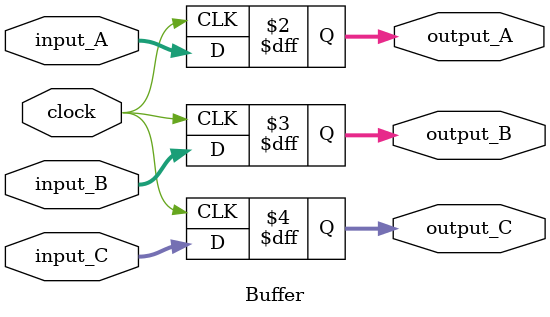
<source format=v>
module Buffer(
    
    input  wire[31:0] input_A,
    input  wire[31:0] input_B,
    input  wire[31:0] input_C,
    input  wire clock,
    output reg [31:0] output_A,
    output reg [31:0] output_B,
    output reg [31:0] output_C
);

always@(posedge clock)
    
    begin
    output_A = input_A;
    output_B = input_B;
    output_C = input_C;
end
    
endmodule

</source>
